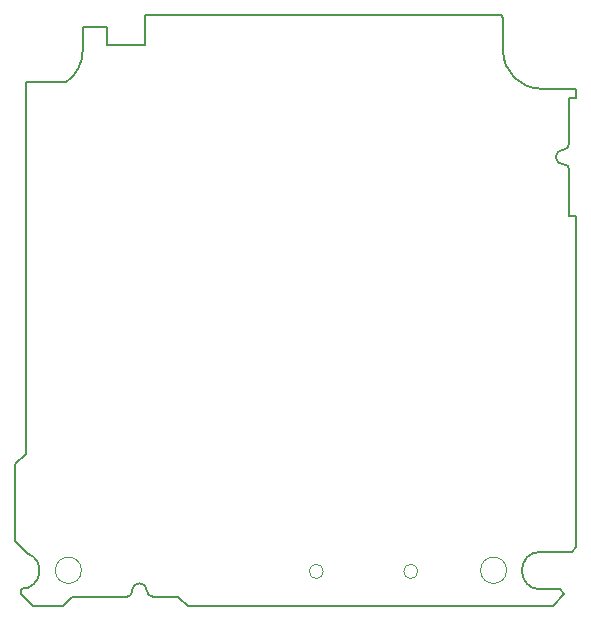
<source format=gbr>
%TF.GenerationSoftware,KiCad,Pcbnew,5.99.0-unknown-b10f156dd0~130~ubuntu20.04.1*%
%TF.CreationDate,2021-06-23T21:39:51+08:00*%
%TF.ProjectId,M5Pi,4d355069-2e6b-4696-9361-645f70636258,3.0*%
%TF.SameCoordinates,Original*%
%TF.FileFunction,Profile,NP*%
%FSLAX46Y46*%
G04 Gerber Fmt 4.6, Leading zero omitted, Abs format (unit mm)*
G04 Created by KiCad (PCBNEW 5.99.0-unknown-b10f156dd0~130~ubuntu20.04.1) date 2021-06-23 21:39:51*
%MOMM*%
%LPD*%
G01*
G04 APERTURE LIST*
%TA.AperFunction,Profile*%
%ADD10C,0.200000*%
%TD*%
%TA.AperFunction,Profile*%
%ADD11C,0.100000*%
%TD*%
%TA.AperFunction,Profile*%
%ADD12C,0.120000*%
%TD*%
G04 APERTURE END LIST*
D10*
X158518229Y-77322267D02*
X158608229Y-77322267D01*
X119928230Y-67202268D02*
X123128230Y-67202268D01*
X159028231Y-81702268D02*
X159628230Y-81702268D01*
X159028231Y-77742269D02*
X159028231Y-81702268D01*
X113038147Y-70352176D02*
X113038148Y-101792350D01*
X159028231Y-75542269D02*
G75*
G02*
X158488230Y-76082269I-539449J-551D01*
G01*
X159628230Y-108702366D02*
X159628230Y-109702268D01*
X116928230Y-113902268D02*
X116128230Y-114702268D01*
X157898230Y-76672269D02*
G75*
G02*
X158488230Y-76082269I590661J-661D01*
G01*
D11*
X117728329Y-111682176D02*
G75*
G03*
X117728329Y-111682176I-1104669J0D01*
G01*
D10*
X119928230Y-65702268D02*
X119928230Y-67202268D01*
X159628230Y-71702268D02*
X159028231Y-71702268D01*
X122008229Y-113482268D02*
G75*
G02*
X121588230Y-113902268I-419948J-52D01*
G01*
X158518229Y-77322267D02*
G75*
G02*
X157898230Y-76702268I1389J621388D01*
G01*
X158628230Y-113702268D02*
X157628230Y-114702268D01*
D11*
X153728148Y-111682176D02*
G75*
G03*
X153728148Y-111682176I-1104669J0D01*
G01*
D10*
X122658229Y-112772268D02*
G75*
G02*
X123248230Y-113362268I-660J-590661D01*
G01*
X123788229Y-113902268D02*
G75*
G02*
X123248230Y-113362268I-553J539446D01*
G01*
X125938230Y-113902268D02*
X123788230Y-113902268D01*
X138178731Y-114702268D02*
X138178731Y-114702268D01*
X157628230Y-114702268D02*
X126738229Y-114702268D01*
X121588230Y-113902268D02*
X116928230Y-113902268D01*
X122008230Y-113392268D02*
X122008230Y-113482268D01*
X153229231Y-64702268D02*
X153428229Y-64902269D01*
X156628229Y-113302268D02*
G75*
G02*
X156628233Y-110102268I2J1600000D01*
G01*
X156628230Y-70902269D02*
X159628230Y-70902269D01*
X159628230Y-70902269D02*
X159628230Y-71702268D01*
X117828230Y-65702268D02*
X119928230Y-65702268D01*
X116128230Y-114702268D02*
X113628230Y-114702268D01*
X156628230Y-113302268D02*
X158228228Y-113302268D01*
X158608229Y-77322267D02*
G75*
G02*
X159028231Y-77742269I50J-419952D01*
G01*
X159628230Y-81702268D02*
X159628230Y-98702366D01*
X117828230Y-67702268D02*
G75*
G02*
X116422718Y-70352176I-3199119J-882D01*
G01*
X159028231Y-71702268D02*
X159028231Y-75542268D01*
X113628230Y-114702268D02*
X112628230Y-113702268D01*
X113118230Y-110232268D02*
G75*
G02*
X112628230Y-113252268I-489791J-1470282D01*
G01*
X112128230Y-102702268D02*
X113038148Y-101792350D01*
X125777884Y-113902268D02*
X125777884Y-113902268D01*
X153428229Y-64902269D02*
X153428229Y-67702268D01*
X158228228Y-113302268D02*
X158628230Y-113702268D01*
X126738229Y-114702268D02*
X125938230Y-113902268D01*
X123128230Y-67202268D02*
X123128230Y-64702268D01*
X156628230Y-70902269D02*
G75*
G02*
X153428229Y-67702268I2533J3202534D01*
G01*
X159628230Y-109702268D02*
X159228228Y-110102268D01*
X116422718Y-70352176D02*
X113038147Y-70352176D01*
X159628230Y-98702366D02*
X159628230Y-108702366D01*
X117828230Y-67702268D02*
X117828230Y-65702268D01*
X112128230Y-102702268D02*
X112128230Y-102702268D01*
X157898230Y-76672269D02*
X157898230Y-76702268D01*
X159228228Y-110102268D02*
X156628233Y-110102268D01*
X112628230Y-113702268D02*
X112628230Y-113252268D01*
X122008230Y-113392268D02*
G75*
G02*
X122628230Y-112772268I621391J-1391D01*
G01*
X112128230Y-109241268D02*
X112128230Y-102702268D01*
X159628230Y-98702366D02*
X159628230Y-98702366D01*
X113118230Y-110232268D02*
X112128230Y-109241268D01*
X123128230Y-64702268D02*
X153229231Y-64702268D01*
X122658229Y-112772268D02*
X122628230Y-112772268D01*
D12*
%TO.C,J1*%
X138213353Y-111771564D02*
G75*
G03*
X138213353Y-111771564I-600000J0D01*
G01*
X146213353Y-111771564D02*
G75*
G03*
X146213353Y-111771564I-600000J0D01*
G01*
%TD*%
M02*

</source>
